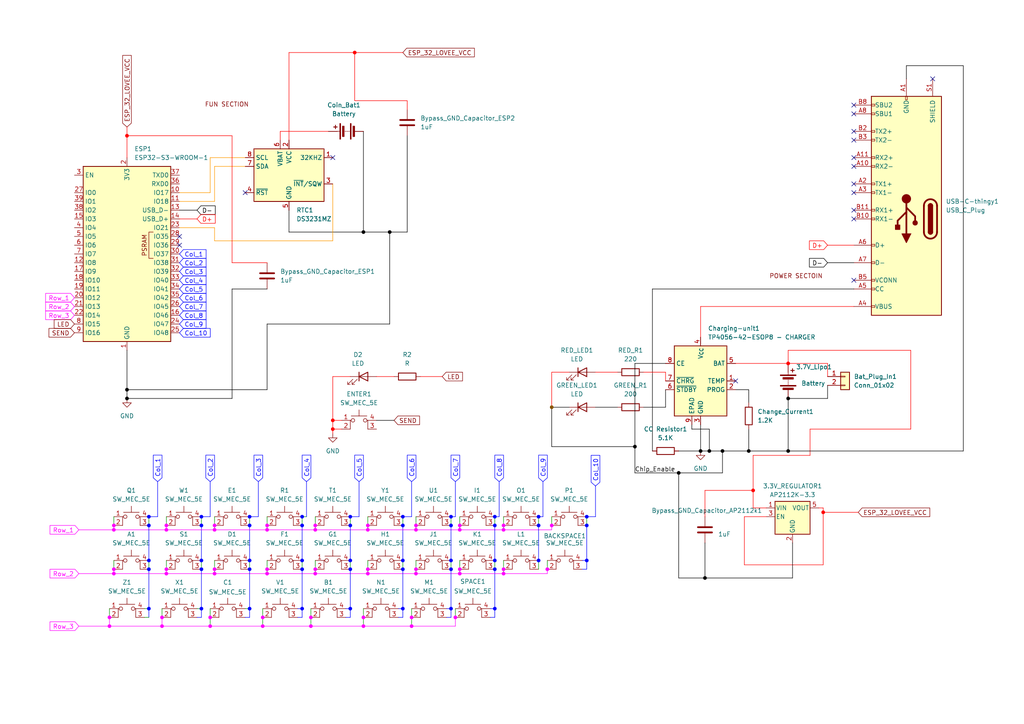
<source format=kicad_sch>
(kicad_sch (version 20250114) (generator "eeschema") (generator_version "9.0")
  (paper "A4")
  (lib_symbols
    (symbol "Battery_Management:TP4056-42-ESOP8"
      (property "Reference" "U" (at -6.604 11.684 0))
      (property "Value" "TP4056-42-ESOP8" (at 10.16 11.684 0))
      (symbol "TP4056-42-ESOP8_1_0"
        (pin input line (at -10.16 5.08 0) (length 2.54) (name "CE") (number "8"))
        (pin open_collector line (at -10.16 0 0) (length 2.54) (name "~{CHRG}") (number "7"))
        (pin open_collector line (at -10.16 -2.54 0) (length 2.54) (name "~{STDBY}") (number "6"))
        (pin passive line (at -2.54 -12.7 90) (length 2.54) (name "EPAD") (number "9"))
        (pin power_in line (at 0 12.7 270) (length 2.54) (name "V_{CC}") (number "4"))
        (pin power_in line (at 0 -12.7 90) (length 2.54) (name "GND") (number "3"))
        (pin power_out line (at 10.16 5.08 180) (length 2.54) (name "BAT") (number "5"))
        (pin input line (at 10.16 0 180) (length 2.54) (name "TEMP") (number "1"))
        (pin passive line (at 10.16 -2.54 180) (length 2.54) (name "PROG") (number "2"))
      )
    )
    (symbol "Connector:USB_C_Plug" (pin_names (offset 1.016))
      (property "Reference" "P" (at -10.16 29.21 0))
      (property "Value" "USB_C_Plug" (at 10.16 29.21 0))
      (symbol "USB_C_Plug_1_1"
        (pin passive line (at -7.62 -40.64 90) (length 5.08) (name "SHIELD") (number "S1"))
        (pin passive line (at 0 -40.64 90) (length 5.08) (name "GND") (number "A1"))
        (pin passive line (at 0 -40.64 90) (length 5.08) (hide yes) (name "GND") (number "A12"))
        (pin passive line (at 0 -40.64 90) (length 5.08) (hide yes) (name "GND") (number "B1"))
        (pin passive line (at 0 -40.64 90) (length 5.08) (hide yes) (name "GND") (number "B12"))
        (pin passive line (at 15.24 25.4 180) (length 5.08) (name "VBUS") (number "A4"))
        (pin passive line (at 15.24 25.4 180) (length 5.08) (hide yes) (name "VBUS") (number "A9"))
        (pin passive line (at 15.24 25.4 180) (length 5.08) (hide yes) (name "VBUS") (number "B4"))
        (pin passive line (at 15.24 25.4 180) (length 5.08) (hide yes) (name "VBUS") (number "B9"))
        (pin bidirectional line (at 15.24 20.32 180) (length 5.08) (name "CC") (number "A5"))
        (pin bidirectional line (at 15.24 17.78 180) (length 5.08) (name "VCONN") (number "B5"))
        (pin bidirectional line (at 15.24 12.7 180) (length 5.08) (name "D-") (number "A7"))
        (pin bidirectional line (at 15.24 7.62 180) (length 5.08) (name "D+") (number "A6"))
        (pin bidirectional line (at 15.24 0 180) (length 5.08) (name "RX1-") (number "B10"))
        (pin bidirectional line (at 15.24 -2.54 180) (length 5.08) (name "RX1+") (number "B11"))
        (pin bidirectional line (at 15.24 -7.62 180) (length 5.08) (name "TX1-") (number "A3"))
        (pin bidirectional line (at 15.24 -10.16 180) (length 5.08) (name "TX1+") (number "A2"))
        (pin bidirectional line (at 15.24 -15.24 180) (length 5.08) (name "RX2-") (number "A10"))
        (pin bidirectional line (at 15.24 -17.78 180) (length 5.08) (name "RX2+") (number "A11"))
        (pin bidirectional line (at 15.24 -22.86 180) (length 5.08) (name "TX2-") (number "B3"))
        (pin bidirectional line (at 15.24 -25.4 180) (length 5.08) (name "TX2+") (number "B2"))
        (pin bidirectional line (at 15.24 -30.48 180) (length 5.08) (name "SBU1") (number "A8"))
        (pin bidirectional line (at 15.24 -33.02 180) (length 5.08) (name "SBU2") (number "B8"))
      )
    )
    (symbol "Connector_Generic:Conn_01x02" (pin_names (offset 1.016) (hide yes))
      (property "Reference" "J" (at 0 2.54 0))
      (property "Value" "Conn_01x02" (at 0 -5.08 0))
      (symbol "Conn_01x02_1_1"
        (pin passive line (at -5.08 0 0) (length 3.81) (name "Pin_1") (number "1"))
        (pin passive line (at -5.08 -2.54 0) (length 3.81) (name "Pin_2") (number "2"))
      )
    )
    (symbol "Device:Battery" (pin_numbers (hide yes)) (pin_names (offset 0) (hide yes))
      (property "Reference" "BT" (at 2.54 2.54 0))
      (property "Value" "Battery" (at 2.54 0 0))
      (symbol "Battery_1_1"
        (pin passive line (at 0 5.08 270) (length 2.54) (name "+") (number "1"))
        (pin passive line (at 0 -5.08 90) (length 2.54) (name "-") (number "2"))
      )
    )
    (symbol "Device:C" (pin_numbers (hide yes)) (pin_names (offset 0.254))
      (property "Reference" "C" (at 0.635 2.54 0))
      (property "Value" "C" (at 0.635 -2.54 0))
      (symbol "C_1_1"
        (pin passive line (at 0 3.81 270) (length 2.794) (name "~") (number "1"))
        (pin passive line (at 0 -3.81 90) (length 2.794) (name "~") (number "2"))
      )
    )
    (symbol "Device:LED" (pin_numbers (hide yes)) (pin_names (offset 1.016) (hide yes))
      (property "Reference" "D" (at 0 2.54 0))
      (property "Value" "LED" (at 0 -2.54 0))
      (symbol "LED_1_1"
        (pin passive line (at -3.81 0 0) (length 2.54) (name "K") (number "1"))
        (pin passive line (at 3.81 0 180) (length 2.54) (name "A") (number "2"))
      )
    )
    (symbol "Device:R" (pin_numbers (hide yes)) (pin_names (offset 0))
      (property "Reference" "R" (at 2.032 0 90))
      (property "Value" "R" (at 0 0 90))
      (symbol "R_1_1"
        (pin passive line (at 0 3.81 270) (length 1.27) (name "~") (number "1"))
        (pin passive line (at 0 -3.81 90) (length 1.27) (name "~") (number "2"))
      )
    )
    (symbol "RF_Module:ESP32-S3-WROOM-1"
      (property "Reference" "U" (at -12.7 26.67 0))
      (property "Value" "ESP32-S3-WROOM-1" (at 12.7 26.67 0))
      (symbol "ESP32-S3-WROOM-1_0_0"
        (text "PSRAM" (at 5.08 2.54 900) (effects (font (size 1.27 1.27))))
      )
      (symbol "ESP32-S3-WROOM-1_1_1"
        (pin input line (at -15.24 22.86 0) (length 2.54) (name "EN") (number "3"))
        (pin bidirectional line (at -15.24 17.78 0) (length 2.54) (name "IO0") (number "27"))
        (pin bidirectional line (at -15.24 15.24 0) (length 2.54) (name "IO1") (number "39"))
        (pin bidirectional line (at -15.24 12.7 0) (length 2.54) (name "IO2") (number "38"))
        (pin bidirectional line (at -15.24 10.16 0) (length 2.54) (name "IO3") (number "15"))
        (pin bidirectional line (at -15.24 7.62 0) (length 2.54) (name "IO4") (number "4"))
        (pin bidirectional line (at -15.24 5.08 0) (length 2.54) (name "IO5") (number "5"))
        (pin bidirectional line (at -15.24 2.54 0) (length 2.54) (name "IO6") (number "6"))
        (pin bidirectional line (at -15.24 0 0) (length 2.54) (name "IO7") (number "7"))
        (pin bidirectional line (at -15.24 -2.54 0) (length 2.54) (name "IO8") (number "12"))
        (pin bidirectional line (at -15.24 -5.08 0) (length 2.54) (name "IO9") (number "17"))
        (pin bidirectional line (at -15.24 -7.62 0) (length 2.54) (name "IO10") (number "18"))
        (pin bidirectional line (at -15.24 -10.16 0) (length 2.54) (name "IO11") (number "19"))
        (pin bidirectional line (at -15.24 -12.7 0) (length 2.54) (name "IO12") (number "20"))
        (pin bidirectional line (at -15.24 -15.24 0) (length 2.54) (name "IO13") (number "21"))
        (pin bidirectional line (at -15.24 -17.78 0) (length 2.54) (name "IO14") (number "22"))
        (pin bidirectional line (at -15.24 -20.32 0) (length 2.54) (name "IO15") (number "8"))
        (pin bidirectional line (at -15.24 -22.86 0) (length 2.54) (name "IO16") (number "9"))
        (pin power_in line (at 0 27.94 270) (length 2.54) (name "3V3") (number "2"))
        (pin power_in line (at 0 -27.94 90) (length 2.54) (name "GND") (number "1"))
        (pin passive line (at 0 -27.94 90) (length 2.54) (hide yes) (name "GND") (number "40"))
        (pin passive line (at 0 -27.94 90) (length 2.54) (hide yes) (name "GND") (number "41"))
        (pin bidirectional line (at 15.24 22.86 180) (length 2.54) (name "TXD0") (number "37"))
        (pin bidirectional line (at 15.24 20.32 180) (length 2.54) (name "RXD0") (number "36"))
        (pin bidirectional line (at 15.24 17.78 180) (length 2.54) (name "IO17") (number "10"))
        (pin bidirectional line (at 15.24 15.24 180) (length 2.54) (name "IO18") (number "11"))
        (pin bidirectional line (at 15.24 12.7 180) (length 2.54) (name "USB_D-") (number "13"))
        (pin bidirectional line (at 15.24 10.16 180) (length 2.54) (name "USB_D+") (number "14"))
        (pin bidirectional line (at 15.24 7.62 180) (length 2.54) (name "IO21") (number "23"))
        (pin bidirectional line (at 15.24 5.08 180) (length 2.54) (name "IO35") (number "28"))
        (pin bidirectional line (at 15.24 2.54 180) (length 2.54) (name "IO36") (number "29"))
        (pin bidirectional line (at 15.24 0 180) (length 2.54) (name "IO37") (number "30"))
        (pin bidirectional line (at 15.24 -2.54 180) (length 2.54) (name "IO38") (number "31"))
        (pin bidirectional line (at 15.24 -5.08 180) (length 2.54) (name "IO39") (number "32"))
        (pin bidirectional line (at 15.24 -7.62 180) (length 2.54) (name "IO40") (number "33"))
        (pin bidirectional line (at 15.24 -10.16 180) (length 2.54) (name "IO41") (number "34"))
        (pin bidirectional line (at 15.24 -12.7 180) (length 2.54) (name "IO42") (number "35"))
        (pin bidirectional line (at 15.24 -15.24 180) (length 2.54) (name "IO45") (number "26"))
        (pin bidirectional line (at 15.24 -17.78 180) (length 2.54) (name "IO46") (number "16"))
        (pin bidirectional line (at 15.24 -20.32 180) (length 2.54) (name "IO47") (number "24"))
        (pin bidirectional line (at 15.24 -22.86 180) (length 2.54) (name "IO48") (number "25"))
      )
    )
    (symbol "Regulator_Linear:AP2112K-3.3" (pin_names (offset 0.254))
      (property "Reference" "U" (at -5.08 5.715 0))
      (property "Value" "AP2112K-3.3" (at 0 5.715 0))
      (symbol "AP2112K-3.3_1_1"
        (pin power_in line (at -7.62 2.54 0) (length 2.54) (name "VIN") (number "1"))
        (pin input line (at -7.62 0 0) (length 2.54) (name "EN") (number "3"))
        (pin power_in line (at 0 -7.62 90) (length 2.54) (name "GND") (number "2"))
        (pin no_connect line (at 5.08 0 180) (length 2.54) (hide yes) (name "NC") (number "4"))
        (pin power_out line (at 7.62 2.54 180) (length 2.54) (name "VOUT") (number "5"))
      )
    )
    (symbol "Switch:SW_MEC_5E" (pin_names (offset 1.016) (hide yes))
      (property "Reference" "SW" (at 0.635 5.715 0))
      (property "Value" "SW_MEC_5E" (at 0 -3.175 0))
      (symbol "SW_MEC_5E_0_1"
        (pin passive line (at -5.08 2.54 0) (length 2.54) (name "1") (number "1"))
        (pin passive line (at -5.08 0 0) (length 2.54) (name "2") (number "2"))
        (pin passive line (at 5.08 2.54 180) (length 2.54) (name "A") (number "4"))
        (pin passive line (at 5.08 0 180) (length 2.54) (name "K") (number "3"))
      )
    )
    (symbol "Timer_RTC:DS3231MZ"
      (property "Reference" "U" (at -7.62 8.89 0))
      (property "Value" "DS3231MZ" (at 11.43 8.89 0))
      (symbol "DS3231MZ_1_1"
        (pin input line (at -12.7 5.08 0) (length 2.54) (name "SCL") (number "8"))
        (pin bidirectional line (at -12.7 2.54 0) (length 2.54) (name "SDA") (number "7"))
        (pin bidirectional line (at -12.7 -5.08 0) (length 2.54) (name "~{RST}") (number "4"))
        (pin power_in line (at -2.54 10.16 270) (length 2.54) (name "VBAT") (number "6"))
        (pin power_in line (at 0 10.16 270) (length 2.54) (name "VCC") (number "2"))
        (pin power_in line (at 0 -10.16 90) (length 2.54) (name "GND") (number "5"))
        (pin open_collector line (at 12.7 5.08 180) (length 2.54) (name "32KHZ") (number "1"))
        (pin open_collector line (at 12.7 -2.54 180) (length 2.54) (name "~{INT}/SQW") (number "3"))
      )
    )
    (symbol "power:GND" (power) (pin_numbers (hide yes)) (pin_names (offset 0) (hide yes))
      (property "Value" "GND" (at 0 -3.81 0))
      (symbol "GND_1_1"
        (pin power_in line (at 0 0 270) (length 0) (name "~") (number "1"))
      )
    )
  )
  (text "POWER SECTOIN" (at 230.886 80.264 0) (effects (font (size 1.27 1.27))))
  (text "FUN SECTION" (at 65.786 30.48 0) (effects (font (size 1.27 1.27))))
  (junction (at 87.63 149.86) (color 0 0 255 1))
  (junction (at 101.6 165.1) (color 0 0 255 1))
  (junction (at 72.39 165.1) (color 0 0 255 1))
  (junction (at 77.47 166.37) (color 255 0 255 1))
  (junction (at 48.26 152.4) (color 255 0 255 1))
  (junction (at 146.05 166.37) (color 255 0 255 1))
  (junction (at 96.52 121.92) (color 255 0 0 1))
  (junction (at 58.42 162.56) (color 0 0 255 1))
  (junction (at 196.85 137.16) (color 0 0 0 1))
  (junction (at 160.02 152.4) (color 255 0 255 1))
  (junction (at 116.84 176.53) (color 0 0 255 1))
  (junction (at 43.18 162.56) (color 0 0 255 1))
  (junction (at 48.26 166.37) (color 255 0 255 1))
  (junction (at 205.74 130.81) (color 0 0 0 1))
  (junction (at 228.6 115.57) (color 0 0 0 1))
  (junction (at 76.2 181.61) (color 255 0 255 1))
  (junction (at 170.18 162.56) (color 0 0 255 1))
  (junction (at 184.15 129.54) (color 0 0 0 1))
  (junction (at 105.41 179.07) (color 255 0 255 1))
  (junction (at 46.99 179.07) (color 255 0 255 1))
  (junction (at 77.47 153.67) (color 255 0 255 1))
  (junction (at 58.42 165.1) (color 0 0 255 1))
  (junction (at 228.6 130.81) (color 0 0 0 1))
  (junction (at 116.84 149.86) (color 0 0 255 1))
  (junction (at 90.17 179.07) (color 255 0 255 1))
  (junction (at 146.05 165.1) (color 255 0 255 1))
  (junction (at 130.81 165.1) (color 0 0 255 1))
  (junction (at 43.18 176.53) (color 0 0 255 1))
  (junction (at 43.18 149.86) (color 0 0 255 1))
  (junction (at 62.23 166.37) (color 255 0 255 1))
  (junction (at 102.87 15.24) (color 255 0 0 1))
  (junction (at 238.76 148.59) (color 255 0 0 1))
  (junction (at 113.03 67.31) (color 0 0 0 1))
  (junction (at 33.02 152.4) (color 255 0 255 1))
  (junction (at 58.42 152.4) (color 0 0 255 1))
  (junction (at 77.47 152.4) (color 255 0 255 1))
  (junction (at 146.05 153.67) (color 255 0 255 1))
  (junction (at 120.65 165.1) (color 255 0 255 1))
  (junction (at 62.23 152.4) (color 255 0 255 1))
  (junction (at 87.63 152.4) (color 0 0 255 1))
  (junction (at 62.23 153.67) (color 255 0 255 1))
  (junction (at 170.18 152.4) (color 0 0 255 1))
  (junction (at 91.44 166.37) (color 255 0 255 1))
  (junction (at 130.81 152.4) (color 0 0 255 1))
  (junction (at 156.21 162.56) (color 0 0 255 1))
  (junction (at 101.6 162.56) (color 0 0 255 1))
  (junction (at 60.96 179.07) (color 255 0 255 1))
  (junction (at 101.6 176.53) (color 0 0 255 1))
  (junction (at 133.35 165.1) (color 255 0 255 1))
  (junction (at 130.81 176.53) (color 0 0 255 1))
  (junction (at 116.84 165.1) (color 0 0 255 1))
  (junction (at 132.08 179.07) (color 255 0 255 1))
  (junction (at 62.23 165.1) (color 255 0 255 1))
  (junction (at 43.18 152.4) (color 0 0 255 1))
  (junction (at 156.21 152.4) (color 0 0 255 1))
  (junction (at 105.41 181.61) (color 255 0 255 1))
  (junction (at 72.39 149.86) (color 0 0 255 1))
  (junction (at 58.42 176.53) (color 0 0 255 1))
  (junction (at 96.52 124.46) (color 255 0 0 1))
  (junction (at 146.05 152.4) (color 255 0 255 1))
  (junction (at 31.75 181.61) (color 255 0 255 1))
  (junction (at 156.21 149.86) (color 0 0 255 1))
  (junction (at 76.2 179.07) (color 255 0 255 1))
  (junction (at 33.02 166.37) (color 255 0 255 1))
  (junction (at 116.84 152.4) (color 0 0 255 1))
  (junction (at 48.26 153.67) (color 255 0 255 1))
  (junction (at 119.38 179.07) (color 255 0 255 1))
  (junction (at 43.18 165.1) (color 0 0 255 1))
  (junction (at 116.84 162.56) (color 0 0 255 1))
  (junction (at 203.2 130.81) (color 0 0 0 1))
  (junction (at 106.68 165.1) (color 255 0 255 1))
  (junction (at 87.63 165.1) (color 0 0 255 1))
  (junction (at 101.6 149.86) (color 0 0 255 1))
  (junction (at 106.68 153.67) (color 255 0 255 1))
  (junction (at 209.55 130.81) (color 0 0 0 1))
  (junction (at 133.35 152.4) (color 255 0 255 1))
  (junction (at 158.75 165.1) (color 255 0 255 1))
  (junction (at 120.65 166.37) (color 255 0 255 1))
  (junction (at 130.81 162.56) (color 0 0 255 1))
  (junction (at 143.51 152.4) (color 0 0 255 1))
  (junction (at 91.44 153.67) (color 255 0 255 1))
  (junction (at 105.41 67.31) (color 0 0 0 1))
  (junction (at 33.02 153.67) (color 255 0 255 1))
  (junction (at 217.17 130.81) (color 0 0 0 1))
  (junction (at 143.51 149.86) (color 0 0 255 1))
  (junction (at 143.51 176.53) (color 0 0 255 1))
  (junction (at 77.47 165.1) (color 255 0 255 1))
  (junction (at 72.39 162.56) (color 0 0 255 1))
  (junction (at 143.51 162.56) (color 0 0 255 1))
  (junction (at 120.65 153.67) (color 255 0 255 1))
  (junction (at 218.44 142.24) (color 255 0 0 1))
  (junction (at 87.63 162.56) (color 0 0 255 1))
  (junction (at 119.38 181.61) (color 255 0 255 1))
  (junction (at 106.68 166.37) (color 255 0 255 1))
  (junction (at 72.39 176.53) (color 0 0 255 1))
  (junction (at 133.35 153.67) (color 255 0 255 1))
  (junction (at 58.42 149.86) (color 0 0 255 1))
  (junction (at 90.17 181.61) (color 255 0 255 1))
  (junction (at 120.65 152.4) (color 255 0 255 1))
  (junction (at 133.35 166.37) (color 255 0 255 1))
  (junction (at 46.99 181.61) (color 255 0 255 1))
  (junction (at 33.02 165.1) (color 255 0 255 1))
  (junction (at 72.39 152.4) (color 0 0 255 1))
  (junction (at 60.96 181.61) (color 255 0 255 1))
  (junction (at 31.75 179.07) (color 255 0 255 1))
  (junction (at 106.68 152.4) (color 255 0 255 1))
  (junction (at 36.83 39.37) (color 255 0 0 1))
  (junction (at 204.47 167.64) (color 0 0 0 1))
  (junction (at 101.6 152.4) (color 0 0 255 1))
  (junction (at 91.44 165.1) (color 255 0 255 1))
  (junction (at 130.81 149.86) (color 0 0 255 1))
  (junction (at 143.51 165.1) (color 0 0 255 1))
  (junction (at 91.44 152.4) (color 255 0 255 1))
  (junction (at 36.83 115.57) (color 0 0 0 1))
  (junction (at 36.83 113.03) (color 0 0 0 1))
  (junction (at 87.63 176.53) (color 0 0 255 1))
  (junction (at 48.26 165.1) (color 255 0 255 1))
  (junction (at 228.6 105.41) (color 255 0 0 1))
  (junction (at 170.18 149.86) (color 0 0 255 1))
  (junction (at 160.02 118.11) (color 128 77 0 1))
  (no_connect (at 247.65 63.5))
  (no_connect (at 52.07 68.58))
  (no_connect (at 270.51 22.86))
  (no_connect (at 247.65 45.72))
  (no_connect (at 52.07 71.12))
  (no_connect (at 247.65 38.1))
  (no_connect (at 247.65 40.64))
  (no_connect (at 247.65 55.88))
  (no_connect (at 213.36 110.49))
  (no_connect (at 247.65 30.48))
  (no_connect (at 247.65 48.26))
  (no_connect (at 247.65 53.34))
  (no_connect (at 96.52 45.72))
  (no_connect (at 247.65 81.28))
  (no_connect (at 247.65 60.96))
  (no_connect (at 71.12 55.88))
  (no_connect (at 247.65 33.02))
  (wire (pts (xy 120.65 166.37) (xy 106.68 166.37)) (stroke (width 0) (color 255 0 255 1)))
  (wire (pts (xy 193.04 110.49) (xy 193.04 107.95)) (stroke (width 0) (color 255 0 0 1)))
  (wire (pts (xy 121.92 109.22) (xy 128.27 109.22)) (stroke (width 0) (color 255 0 0 1)))
  (wire (pts (xy 160.02 107.95) (xy 160.02 118.11)) (stroke (width 0) (color 255 0 0 1)))
  (wire (pts (xy 120.65 162.56) (xy 120.65 165.1)))
  (wire (pts (xy 132.08 176.53) (xy 132.08 179.07)))
  (wire (pts (xy 83.82 15.24) (xy 83.82 40.64)) (stroke (width 0) (color 255 0 0 1)))
  (wire (pts (xy 72.39 149.86) (xy 72.39 152.4)))
  (wire (pts (xy 165.1 107.95) (xy 160.02 107.95)) (stroke (width 0) (color 255 0 0 1)))
  (wire (pts (xy 58.42 162.56) (xy 58.42 165.1)))
  (wire (pts (xy 130.81 165.1) (xy 130.81 176.53)) (stroke (width 0) (color 0 0 255 1)))
  (wire (pts (xy 156.21 152.4) (xy 156.21 162.56)) (stroke (width 0) (color 0 0 255 1)))
  (wire (pts (xy 157.48 139.7) (xy 157.48 149.86)) (stroke (width 0) (color 0 0 255 1)))
  (wire (pts (xy 96.52 124.46) (xy 96.52 125.73)) (stroke (width 0) (color 255 0 0 1)))
  (wire (pts (xy 120.65 152.4) (xy 120.65 153.67)))
  (wire (pts (xy 58.42 179.07) (xy 57.15 179.07)) (stroke (width 0) (color 0 0 255 1)))
  (wire (pts (xy 218.44 142.24) (xy 204.47 142.24)) (stroke (width 0) (color 255 0 0 1)))
  (wire (pts (xy 156.21 162.56) (xy 156.21 165.1)))
  (wire (pts (xy 119.38 181.61) (xy 132.08 181.61)) (stroke (width 0) (color 255 0 255 1)))
  (wire (pts (xy 234.95 132.08) (xy 218.44 132.08)) (stroke (width 0) (color 255 0 0 1)))
  (wire (pts (xy 142.24 176.53) (xy 143.51 176.53)) (stroke (width 0) (color 0 0 255 1)))
  (wire (pts (xy 106.68 165.1) (xy 106.68 166.37)))
  (wire (pts (xy 62.23 48.26) (xy 62.23 58.42)) (stroke (width 0) (color 255 153 0 1)))
  (wire (pts (xy 133.35 166.37) (xy 120.65 166.37)) (stroke (width 0) (color 255 0 255 1)))
  (wire (pts (xy 83.82 15.24) (xy 102.87 15.24)) (stroke (width 0) (color 255 0 0 1)))
  (wire (pts (xy 203.2 88.9) (xy 203.2 97.79)) (stroke (width 0) (color 255 0 0 1)))
  (wire (pts (xy 74.93 149.86) (xy 72.39 149.86)) (stroke (width 0) (color 0 0 255 1)))
  (wire (pts (xy 33.02 149.86) (xy 33.02 152.4)))
  (wire (pts (xy 104.14 149.86) (xy 101.6 149.86)) (stroke (width 0) (color 0 0 255 1)))
  (wire (pts (xy 72.39 179.07) (xy 71.12 179.07)) (stroke (width 0) (color 0 0 255 1)))
  (wire (pts (xy 158.75 162.56) (xy 158.75 165.1)))
  (wire (pts (xy 133.35 162.56) (xy 133.35 165.1)))
  (wire (pts (xy 109.22 109.22) (xy 114.3 109.22)) (stroke (width 0) (color 255 0 0 1)))
  (wire (pts (xy 45.72 139.7) (xy 45.72 149.86)) (stroke (width 0) (color 0 0 255 1)))
  (wire (pts (xy 60.96 181.61) (xy 76.2 181.61)) (stroke (width 0) (color 255 0 255 1)))
  (wire (pts (xy 72.39 176.53) (xy 72.39 179.07)) (stroke (width 0) (color 0 0 255 1)))
  (wire (pts (xy 77.47 83.82) (xy 67.31 83.82)) (stroke (width 0) (color 0 0 0 1)))
  (wire (pts (xy 193.04 113.03) (xy 193.04 118.11)) (stroke (width 0) (color 0 0 0 1)))
  (wire (pts (xy 119.38 149.86) (xy 116.84 149.86)) (stroke (width 0) (color 0 0 255 1)))
  (wire (pts (xy 156.21 149.86) (xy 156.21 152.4)))
  (wire (pts (xy 48.26 165.1) (xy 48.26 166.37)) (stroke (width 0) (color 255 0 255 1)))
  (wire (pts (xy 31.75 181.61) (xy 46.99 181.61)) (stroke (width 0) (color 255 0 255 1)))
  (wire (pts (xy 77.47 166.37) (xy 62.23 166.37)) (stroke (width 0) (color 255 0 255 1)))
  (wire (pts (xy 196.85 167.64) (xy 196.85 137.16)) (stroke (width 0) (color 0 0 0 1)))
  (wire (pts (xy 205.74 130.81) (xy 203.2 130.81)) (stroke (width 0) (color 0 0 0 1)))
  (wire (pts (xy 105.41 176.53) (xy 105.41 179.07)))
  (wire (pts (xy 264.16 124.46) (xy 234.95 124.46)) (stroke (width 0) (color 255 0 0 1)))
  (wire (pts (xy 146.05 162.56) (xy 146.05 165.1)))
  (wire (pts (xy 31.75 176.53) (xy 31.75 179.07)))
  (wire (pts (xy 77.47 165.1) (xy 77.47 166.37)))
  (wire (pts (xy 204.47 167.64) (xy 196.85 167.64)) (stroke (width 0) (color 0 0 0 1)))
  (wire (pts (xy 189.23 130.81) (xy 189.23 83.82)) (stroke (width 0) (color 0 0 0 1)))
  (wire (pts (xy 172.72 118.11) (xy 179.07 118.11)) (stroke (width 0) (color 0 0 0 1)))
  (wire (pts (xy 143.51 152.4) (xy 143.51 162.56)) (stroke (width 0) (color 0 0 255 1)))
  (wire (pts (xy 130.81 176.53) (xy 130.81 179.07)) (stroke (width 0) (color 0 0 255 1)))
  (wire (pts (xy 209.55 130.81) (xy 205.74 130.81)) (stroke (width 0) (color 0 0 0 1)))
  (wire (pts (xy 116.84 152.4) (xy 116.84 162.56)) (stroke (width 0) (color 0 0 255 1)))
  (wire (pts (xy 101.6 179.07) (xy 100.33 179.07)) (stroke (width 0) (color 0 0 255 1)))
  (wire (pts (xy 60.96 45.72) (xy 71.12 45.72)) (stroke (width 0) (color 255 153 0 1)))
  (wire (pts (xy 115.57 176.53) (xy 116.84 176.53)) (stroke (width 0) (color 0 0 255 1)))
  (wire (pts (xy 36.83 39.37) (xy 36.83 45.72)) (stroke (width 0) (color 255 0 0 1)))
  (wire (pts (xy 71.12 176.53) (xy 72.39 176.53)))
  (wire (pts (xy 104.14 139.7) (xy 104.14 149.86)) (stroke (width 0) (color 0 0 255 1)))
  (wire (pts (xy 143.51 162.56) (xy 143.51 165.1)))
  (wire (pts (xy 74.93 139.7) (xy 74.93 149.86)) (stroke (width 0) (color 0 0 255 1)))
  (wire (pts (xy 91.44 165.1) (xy 91.44 166.37)))
  (wire (pts (xy 228.6 105.41) (xy 228.6 101.6)) (stroke (width 0) (color 255 0 0 1)))
  (wire (pts (xy 81.28 38.1) (xy 81.28 40.64)) (stroke (width 0) (color 255 0 0 1)))
  (wire (pts (xy 172.72 149.86) (xy 170.18 149.86)) (stroke (width 0) (color 0 0 255 1)))
  (wire (pts (xy 62.23 152.4) (xy 62.23 153.67)))
  (wire (pts (xy 43.18 162.56) (xy 43.18 165.1)))
  (wire (pts (xy 67.31 115.57) (xy 36.83 115.57)) (stroke (width 0) (color 0 0 0 1)))
  (wire (pts (xy 88.9 149.86) (xy 87.63 149.86)))
  (wire (pts (xy 157.48 149.86) (xy 156.21 149.86)) (stroke (width 0) (color 0 0 255 1)))
  (wire (pts (xy 62.23 166.37) (xy 48.26 166.37)) (stroke (width 0) (color 255 0 255 1)))
  (wire (pts (xy 170.18 165.1) (xy 168.91 165.1)) (stroke (width 0) (color 0 0 255 1)))
  (wire (pts (xy 77.47 113.03) (xy 36.83 113.03)) (stroke (width 0) (color 0 0 0 1)))
  (wire (pts (xy 52.07 63.5) (xy 57.15 63.5)) (stroke (width 0) (color 255 0 0 1)))
  (wire (pts (xy 116.84 176.53) (xy 116.84 179.07)) (stroke (width 0) (color 0 0 255 1)))
  (wire (pts (xy 36.83 36.83) (xy 36.83 39.37)) (stroke (width 0) (color 255 0 0 1)))
  (wire (pts (xy 58.42 152.4) (xy 58.42 162.56)) (stroke (width 0) (color 0 0 255 1)))
  (wire (pts (xy 160.02 129.54) (xy 184.15 129.54)) (stroke (width 0) (color 0 0 0 1)))
  (wire (pts (xy 87.63 162.56) (xy 87.63 165.1)))
  (wire (pts (xy 193.04 118.11) (xy 186.69 118.11)) (stroke (width 0) (color 0 0 0 1)))
  (wire (pts (xy 81.28 38.1) (xy 95.25 38.1)) (stroke (width 0) (color 255 0 0 1)))
  (wire (pts (xy 77.47 153.67) (xy 91.44 153.67)) (stroke (width 0) (color 255 0 255 1)))
  (wire (pts (xy 113.03 93.98) (xy 77.47 93.98)) (stroke (width 0) (color 0 0 0 1)))
  (wire (pts (xy 279.4 130.81) (xy 228.6 130.81)) (stroke (width 0) (color 0 0 0 1)))
  (wire (pts (xy 146.05 165.1) (xy 146.05 166.37)))
  (wire (pts (xy 218.44 147.32) (xy 222.25 147.32)) (stroke (width 0) (color 255 0 0 1)))
  (wire (pts (xy 105.41 67.31) (xy 113.03 67.31)) (stroke (width 0) (color 0 0 0 1)))
  (wire (pts (xy 33.02 165.1) (xy 33.02 166.37)) (stroke (width 0) (color 255 0 255 1)))
  (wire (pts (xy 204.47 142.24) (xy 204.47 149.86)) (stroke (width 0) (color 255 0 0 1)))
  (wire (pts (xy 102.87 15.24) (xy 116.84 15.24)) (stroke (width 0) (color 255 0 0 1)))
  (wire (pts (xy 22.86 153.67) (xy 33.02 153.67)) (stroke (width 0) (color 255 0 255 1)))
  (wire (pts (xy 146.05 153.67) (xy 160.02 153.67)) (stroke (width 0) (color 255 0 255 1)))
  (wire (pts (xy 52.07 60.96) (xy 57.15 60.96)) (stroke (width 0) (color 0 0 0 1)))
  (wire (pts (xy 106.68 166.37) (xy 91.44 166.37)) (stroke (width 0) (color 255 0 255 1)))
  (wire (pts (xy 83.82 60.96) (xy 83.82 67.31)) (stroke (width 0) (color 0 0 0 1)))
  (wire (pts (xy 172.72 140.97) (xy 172.72 149.86)) (stroke (width 0) (color 0 0 255 1)))
  (wire (pts (xy 77.47 76.2) (xy 67.31 76.2)) (stroke (width 0) (color 255 0 0 1)))
  (wire (pts (xy 184.15 129.54) (xy 184.15 137.16)) (stroke (width 0) (color 0 0 0 1)))
  (wire (pts (xy 96.52 109.22) (xy 96.52 121.92)) (stroke (width 0) (color 255 0 0 1)))
  (wire (pts (xy 87.63 176.53) (xy 87.63 179.07)) (stroke (width 0) (color 0 0 255 1)))
  (wire (pts (xy 146.05 152.4) (xy 146.05 153.67)))
  (wire (pts (xy 193.04 107.95) (xy 186.69 107.95)) (stroke (width 0) (color 255 0 0 1)))
  (wire (pts (xy 215.9 149.86) (xy 215.9 163.83)) (stroke (width 0) (color 255 0 0 1)))
  (wire (pts (xy 113.03 67.31) (xy 113.03 93.98)) (stroke (width 0) (color 0 0 0 1)))
  (wire (pts (xy 60.96 179.07) (xy 60.96 181.61)))
  (wire (pts (xy 106.68 152.4) (xy 106.68 153.67)))
  (wire (pts (xy 143.51 149.86) (xy 143.51 152.4)))
  (wire (pts (xy 87.63 152.4) (xy 87.63 162.56)) (stroke (width 0) (color 0 0 255 1)))
  (wire (pts (xy 184.15 105.41) (xy 184.15 129.54)) (stroke (width 0) (color 0 0 0 1)))
  (wire (pts (xy 146.05 166.37) (xy 133.35 166.37)) (stroke (width 0) (color 255 0 255 1)))
  (wire (pts (xy 116.84 179.07) (xy 115.57 179.07)) (stroke (width 0) (color 0 0 255 1)))
  (wire (pts (xy 101.6 176.53) (xy 101.6 179.07)) (stroke (width 0) (color 0 0 255 1)))
  (wire (pts (xy 22.86 181.61) (xy 31.75 181.61)) (stroke (width 0) (color 255 0 255 1)))
  (wire (pts (xy 102.87 15.24) (xy 102.87 29.21)) (stroke (width 0) (color 255 0 0 1)))
  (wire (pts (xy 46.99 179.07) (xy 46.99 181.61)) (stroke (width 0) (color 255 0 255 1)))
  (wire (pts (xy 106.68 153.67) (xy 120.65 153.67)) (stroke (width 0) (color 255 0 255 1)))
  (wire (pts (xy 228.6 115.57) (xy 228.6 130.81)) (stroke (width 0) (color 0 0 0 1)))
  (wire (pts (xy 279.4 19.05) (xy 279.4 130.81)) (stroke (width 0) (color 0 0 0 1)))
  (wire (pts (xy 43.18 152.4) (xy 43.18 162.56)) (stroke (width 0) (color 0 0 255 1)))
  (wire (pts (xy 144.78 139.7) (xy 144.78 149.86)) (stroke (width 0) (color 0 0 255 1)))
  (wire (pts (xy 52.07 55.88) (xy 60.96 55.88)) (stroke (width 0) (color 255 153 0 1)))
  (wire (pts (xy 132.08 139.7) (xy 132.08 149.86)) (stroke (width 0) (color 0 0 255 1)))
  (wire (pts (xy 217.17 113.03) (xy 217.17 116.84)) (stroke (width 0) (color 0 0 0 1)))
  (wire (pts (xy 213.36 113.03) (xy 217.17 113.03)) (stroke (width 0) (color 0 0 0 1)))
  (wire (pts (xy 209.55 137.16) (xy 209.55 130.81)) (stroke (width 0) (color 0 0 0 1)))
  (wire (pts (xy 133.35 165.1) (xy 133.35 166.37)))
  (wire (pts (xy 91.44 162.56) (xy 91.44 165.1)))
  (wire (pts (xy 234.95 124.46) (xy 234.95 132.08)) (stroke (width 0) (color 255 0 0 1)))
  (wire (pts (xy 238.76 147.32) (xy 238.76 148.59)) (stroke (width 0) (color 255 0 0 1)))
  (wire (pts (xy 43.18 149.86) (xy 43.18 152.4)))
  (wire (pts (xy 88.9 139.7) (xy 88.9 149.86)) (stroke (width 0) (color 0 0 255 1)))
  (wire (pts (xy 172.72 107.95) (xy 179.07 107.95)) (stroke (width 0) (color 255 0 0 1)))
  (wire (pts (xy 116.84 162.56) (xy 116.84 165.1)))
  (wire (pts (xy 229.87 157.48) (xy 229.87 167.64)) (stroke (width 0) (color 0 0 0 1)))
  (wire (pts (xy 130.81 152.4) (xy 130.81 162.56)) (stroke (width 0) (color 0 0 255 1)))
  (wire (pts (xy 77.47 162.56) (xy 77.47 165.1)))
  (wire (pts (xy 60.96 139.7) (xy 60.96 149.86)) (stroke (width 0) (color 0 0 255 1)))
  (wire (pts (xy 120.65 153.67) (xy 133.35 153.67)) (stroke (width 0) (color 255 0 255 1)))
  (wire (pts (xy 62.23 149.86) (xy 62.23 152.4)))
  (wire (pts (xy 46.99 176.53) (xy 46.99 179.07)))
  (wire (pts (xy 217.17 124.46) (xy 217.17 130.81)) (stroke (width 0) (color 0 0 0 1)))
  (wire (pts (xy 87.63 165.1) (xy 87.63 176.53)) (stroke (width 0) (color 0 0 255 1)))
  (wire (pts (xy 101.6 165.1) (xy 101.6 176.53)) (stroke (width 0) (color 0 0 255 1)))
  (wire (pts (xy 160.02 153.67) (xy 160.02 152.4)) (stroke (width 0) (color 255 0 255 1)))
  (wire (pts (xy 240.03 71.12) (xy 247.65 71.12)) (stroke (width 0) (color 255 0 0 1)))
  (wire (pts (xy 31.75 179.07) (xy 31.75 181.61)) (stroke (width 0) (color 255 0 255 1)))
  (wire (pts (xy 101.6 149.86) (xy 101.6 152.4)))
  (wire (pts (xy 87.63 149.86) (xy 87.63 152.4)))
  (wire (pts (xy 205.74 124.46) (xy 205.74 130.81)) (stroke (width 0) (color 0 0 0 1)))
  (wire (pts (xy 130.81 179.07) (xy 129.54 179.07)) (stroke (width 0) (color 0 0 255 1)))
  (wire (pts (xy 91.44 166.37) (xy 77.47 166.37)) (stroke (width 0) (color 255 0 255 1)))
  (wire (pts (xy 72.39 165.1) (xy 72.39 176.53)) (stroke (width 0) (color 0 0 255 1)))
  (wire (pts (xy 33.02 153.67) (xy 48.26 153.67)) (stroke (width 0) (color 255 0 255 1)))
  (wire (pts (xy 100.33 176.53) (xy 101.6 176.53)) (stroke (width 0) (color 0 0 255 1)))
  (wire (pts (xy 184.15 137.16) (xy 196.85 137.16)) (stroke (width 0) (color 0 0 0 1)))
  (wire (pts (xy 238.76 163.83) (xy 215.9 163.83)) (stroke (width 0) (color 255 0 0 1)))
  (wire (pts (xy 170.18 162.56) (xy 168.91 162.56)) (stroke (width 0) (color 0 0 255 1)))
  (wire (pts (xy 41.91 176.53) (xy 43.18 176.53)))
  (wire (pts (xy 60.96 55.88) (xy 60.96 45.72)) (stroke (width 0) (color 255 153 0 1)))
  (wire (pts (xy 200.66 123.19) (xy 200.66 124.46)) (stroke (width 0) (color 0 0 0 1)))
  (wire (pts (xy 237.49 147.32) (xy 238.76 147.32)) (stroke (width 0) (color 255 0 0 1)))
  (wire (pts (xy 86.36 176.53) (xy 87.63 176.53)) (stroke (width 0) (color 0 0 255 1)))
  (wire (pts (xy 76.2 176.53) (xy 76.2 179.07)))
  (wire (pts (xy 119.38 139.7) (xy 119.38 149.86)) (stroke (width 0) (color 0 0 255 1)))
  (wire (pts (xy 105.41 38.1) (xy 105.41 67.31)) (stroke (width 0) (color 0 0 0 1)))
  (wire (pts (xy 196.85 137.16) (xy 209.55 137.16)) (stroke (width 0) (color 0 0 0 1)))
  (wire (pts (xy 91.44 152.4) (xy 91.44 153.67)))
  (wire (pts (xy 62.23 69.85) (xy 62.23 66.04)) (stroke (width 0) (color 255 153 0 1)))
  (wire (pts (xy 158.75 166.37) (xy 146.05 166.37)) (stroke (width 0) (color 255 0 255 1)))
  (wire (pts (xy 62.23 58.42) (xy 52.07 58.42)) (stroke (width 0) (color 255 153 0 1)))
  (wire (pts (xy 48.26 152.4) (xy 48.26 153.67)) (stroke (width 0) (color 255 0 255 1)))
  (wire (pts (xy 229.87 167.64) (xy 204.47 167.64)) (stroke (width 0) (color 0 0 0 1)))
  (wire (pts (xy 106.68 149.86) (xy 106.68 152.4)))
  (wire (pts (xy 62.23 162.56) (xy 62.23 165.1)))
  (wire (pts (xy 96.52 121.92) (xy 96.52 124.46)) (stroke (width 0) (color 255 0 0 1)))
  (wire (pts (xy 116.84 165.1) (xy 116.84 176.53)) (stroke (width 0) (color 0 0 255 1)))
  (wire (pts (xy 130.81 149.86) (xy 130.81 152.4)))
  (wire (pts (xy 106.68 162.56) (xy 106.68 165.1)))
  (wire (pts (xy 158.75 165.1) (xy 158.75 166.37)) (stroke (width 0) (color 255 0 255 1)))
  (wire (pts (xy 203.2 123.19) (xy 203.2 130.81)) (stroke (width 0) (color 0 0 0 1)))
  (wire (pts (xy 96.52 69.85) (xy 96.52 53.34)) (stroke (width 0) (color 255 153 0 1)))
  (wire (pts (xy 200.66 124.46) (xy 205.74 124.46)) (stroke (width 0) (color 0 0 0 1)))
  (wire (pts (xy 170.18 149.86) (xy 170.18 152.4)))
  (wire (pts (xy 58.42 165.1) (xy 58.42 176.53)) (stroke (width 0) (color 0 0 255 1)))
  (wire (pts (xy 133.35 152.4) (xy 133.35 153.67)))
  (wire (pts (xy 264.16 101.6) (xy 264.16 124.46)) (stroke (width 0) (color 255 0 0 1)))
  (wire (pts (xy 118.11 67.31) (xy 118.11 39.37)) (stroke (width 0) (color 0 0 0 1)))
  (wire (pts (xy 189.23 83.82) (xy 247.65 83.82)) (stroke (width 0) (color 0 0 0 1)))
  (wire (pts (xy 133.35 149.86) (xy 133.35 152.4)))
  (wire (pts (xy 43.18 165.1) (xy 43.18 176.53)) (stroke (width 0) (color 0 0 255 1)))
  (wire (pts (xy 119.38 176.53) (xy 119.38 179.07)))
  (wire (pts (xy 133.35 153.67) (xy 146.05 153.67)) (stroke (width 0) (color 255 0 255 1)))
  (wire (pts (xy 48.26 149.86) (xy 48.26 152.4)))
  (wire (pts (xy 62.23 153.67) (xy 77.47 153.67)) (stroke (width 0) (color 255 0 255 1)))
  (wire (pts (xy 217.17 130.81) (xy 209.55 130.81)) (stroke (width 0) (color 0 0 0 1)))
  (wire (pts (xy 238.76 148.59) (xy 238.76 163.83)) (stroke (width 0) (color 255 0 0 1)))
  (wire (pts (xy 119.38 179.07) (xy 119.38 181.61)))
  (wire (pts (xy 77.47 93.98) (xy 77.47 113.03)) (stroke (width 0) (color 0 0 0 1)))
  (wire (pts (xy 218.44 142.24) (xy 218.44 147.32)) (stroke (width 0) (color 255 0 0 1)))
  (wire (pts (xy 77.47 152.4) (xy 77.47 153.67)))
  (wire (pts (xy 196.85 130.81) (xy 203.2 130.81)) (stroke (width 0) (color 0 0 0 1)))
  (wire (pts (xy 170.18 162.56) (xy 170.18 165.1)) (stroke (width 0) (color 0 0 255 1)))
  (wire (pts (xy 60.96 176.53) (xy 60.96 179.07)))
  (wire (pts (xy 36.83 113.03) (xy 36.83 115.57)) (stroke (width 0) (color 0 0 0 1)))
  (wire (pts (xy 36.83 39.37) (xy 67.31 39.37)) (stroke (width 0) (color 255 0 0 1)))
  (wire (pts (xy 160.02 149.86) (xy 160.02 152.4)))
  (wire (pts (xy 43.18 176.53) (xy 43.18 179.07)) (stroke (width 0) (color 0 0 255 1)))
  (wire (pts (xy 62.23 165.1) (xy 62.23 166.37)))
  (wire (pts (xy 130.81 162.56) (xy 130.81 165.1)))
  (wire (pts (xy 91.44 153.67) (xy 106.68 153.67)) (stroke (width 0) (color 255 0 255 1)))
  (wire (pts (xy 213.36 105.41) (xy 228.6 105.41)) (stroke (width 0) (color 255 0 0 1)))
  (wire (pts (xy 160.02 118.11) (xy 165.1 118.11)) (stroke (width 0) (color 0 0 0 1)))
  (wire (pts (xy 102.87 29.21) (xy 118.11 29.21)) (stroke (width 0) (color 255 0 0 1)))
  (wire (pts (xy 113.03 67.31) (xy 118.11 67.31)) (stroke (width 0) (color 0 0 0 1)))
  (wire (pts (xy 48.26 162.56) (xy 48.26 165.1)))
  (wire (pts (xy 160.02 118.11) (xy 160.02 129.54)) (stroke (width 0) (color 0 0 0 1)))
  (wire (pts (xy 87.63 179.07) (xy 86.36 179.07)) (stroke (width 0) (color 0 0 255 1)))
  (wire (pts (xy 143.51 165.1) (xy 143.51 176.53)) (stroke (width 0) (color 0 0 255 1)))
  (wire (pts (xy 101.6 162.56) (xy 101.6 165.1)))
  (wire (pts (xy 109.22 121.92) (xy 114.3 121.92)) (stroke (width 0) (color 0 0 0 1)))
  (wire (pts (xy 67.31 83.82) (xy 67.31 115.57)) (stroke (width 0) (color 0 0 0 1)))
  (wire (pts (xy 240.03 111.76) (xy 240.03 115.57)) (stroke (width 0) (color 0 0 0 1)))
  (wire (pts (xy 143.51 179.07) (xy 142.24 179.07)) (stroke (width 0) (color 0 0 255 1)))
  (wire (pts (xy 72.39 162.56) (xy 72.39 165.1)))
  (wire (pts (xy 240.03 105.41) (xy 228.6 105.41)) (stroke (width 0) (color 255 0 0 1)))
  (wire (pts (xy 76.2 179.07) (xy 76.2 181.61)))
  (wire (pts (xy 90.17 176.53) (xy 90.17 179.07)))
  (wire (pts (xy 120.65 149.86) (xy 120.65 152.4)))
  (wire (pts (xy 240.03 115.57) (xy 228.6 115.57)) (stroke (width 0) (color 0 0 0 1)))
  (wire (pts (xy 101.6 109.22) (xy 96.52 109.22)) (stroke (width 0) (color 255 0 0 1)))
  (wire (pts (xy 96.52 124.46) (xy 99.06 124.46)) (stroke (width 0) (color 255 0 0 1)))
  (wire (pts (xy 58.42 149.86) (xy 58.42 152.4)))
  (wire (pts (xy 118.11 29.21) (xy 118.11 31.75)) (stroke (width 0) (color 255 0 0 1)))
  (wire (pts (xy 247.65 88.9) (xy 203.2 88.9)) (stroke (width 0) (color 255 0 0 1)))
  (wire (pts (xy 58.42 176.53) (xy 58.42 179.07)) (stroke (width 0) (color 0 0 255 1)))
  (wire (pts (xy 262.89 22.86) (xy 262.89 19.05)) (stroke (width 0) (color 0 0 0 1)))
  (wire (pts (xy 48.26 166.37) (xy 33.02 166.37)) (stroke (width 0) (color 255 0 255 1)))
  (wire (pts (xy 238.76 148.59) (xy 248.92 148.59)) (stroke (width 0) (color 255 0 0 1)))
  (wire (pts (xy 96.52 121.92) (xy 99.06 121.92)) (stroke (width 0) (color 255 0 0 1)))
  (wire (pts (xy 146.05 149.86) (xy 146.05 152.4)))
  (wire (pts (xy 83.82 67.31) (xy 105.41 67.31)) (stroke (width 0) (color 0 0 0 1)))
  (wire (pts (xy 193.04 105.41) (xy 184.15 105.41)) (stroke (width 0) (color 0 0 0 1)))
  (wire (pts (xy 77.47 149.86) (xy 77.47 152.4)))
  (wire (pts (xy 90.17 179.07) (xy 90.17 181.61)))
  (wire (pts (xy 262.89 19.05) (xy 279.4 19.05)) (stroke (width 0) (color 0 0 0 1)))
  (wire (pts (xy 222.25 149.86) (xy 215.9 149.86)) (stroke (width 0) (color 255 0 0 1)))
  (wire (pts (xy 91.44 149.86) (xy 91.44 152.4)))
  (wire (pts (xy 33.02 162.56) (xy 33.02 165.1)))
  (wire (pts (xy 57.15 176.53) (xy 58.42 176.53)))
  (wire (pts (xy 132.08 179.07) (xy 132.08 181.61)) (stroke (width 0) (color 255 0 255 1)))
  (wire (pts (xy 60.96 149.86) (xy 58.42 149.86)) (stroke (width 0) (color 0 0 255 1)))
  (wire (pts (xy 76.2 181.61) (xy 90.17 181.61)) (stroke (width 0) (color 255 0 255 1)))
  (wire (pts (xy 72.39 152.4) (xy 72.39 162.56)) (stroke (width 0) (color 0 0 255 1)))
  (wire (pts (xy 90.17 181.61) (xy 105.41 181.61)) (stroke (width 0) (color 255 0 255 1)))
  (wire (pts (xy 240.03 76.2) (xy 247.65 76.2)) (stroke (width 0) (color 0 0 0 1)))
  (wire (pts (xy 170.18 152.4) (xy 170.18 162.56)) (stroke (width 0) (color 0 0 255 1)))
  (wire (pts (xy 105.41 179.07) (xy 105.41 181.61)))
  (wire (pts (xy 96.52 69.85) (xy 62.23 69.85)) (stroke (width 0) (color 255 153 0 1)))
  (wire (pts (xy 228.6 130.81) (xy 217.17 130.81)) (stroke (width 0) (color 0 0 0 1)))
  (wire (pts (xy 143.51 176.53) (xy 143.51 179.07)) (stroke (width 0) (color 0 0 255 1)))
  (wire (pts (xy 105.41 181.61) (xy 119.38 181.61)) (stroke (width 0) (color 255 0 255 1)))
  (wire (pts (xy 101.6 152.4) (xy 101.6 162.56)) (stroke (width 0) (color 0 0 255 1)))
  (wire (pts (xy 132.08 149.86) (xy 130.81 149.86)) (stroke (width 0) (color 0 0 255 1)))
  (wire (pts (xy 48.26 153.67) (xy 62.23 153.67)) (stroke (width 0) (color 255 0 255 1)))
  (wire (pts (xy 45.72 149.86) (xy 43.18 149.86)) (stroke (width 0) (color 0 0 255 1)))
  (wire (pts (xy 71.12 48.26) (xy 62.23 48.26)) (stroke (width 0) (color 255 153 0 1)))
  (wire (pts (xy 46.99 181.61) (xy 60.96 181.61)) (stroke (width 0) (color 255 0 255 1)))
  (wire (pts (xy 33.02 166.37) (xy 22.86 166.37)) (stroke (width 0) (color 255 0 255 1)))
  (wire (pts (xy 43.18 179.07) (xy 41.91 179.07)))
  (wire (pts (xy 116.84 149.86) (xy 116.84 152.4)))
  (wire (pts (xy 144.78 149.86) (xy 143.51 149.86)) (stroke (width 0) (color 0 0 255 1)))
  (wire (pts (xy 36.83 101.6) (xy 36.83 113.03)) (stroke (width 0) (color 0 0 0 1)))
  (wire (pts (xy 240.03 109.22) (xy 240.03 105.41)) (stroke (width 0) (color 255 0 0 1)))
  (wire (pts (xy 33.02 152.4) (xy 33.02 153.67)) (stroke (width 0) (color 255 0 255 1)))
  (wire (pts (xy 62.23 66.04) (xy 52.07 66.04)) (stroke (width 0) (color 255 153 0 1)))
  (wire (pts (xy 67.31 39.37) (xy 67.31 76.2)) (stroke (width 0) (color 255 0 0 1)))
  (wire (pts (xy 204.47 157.48) (xy 204.47 167.64)) (stroke (width 0) (color 0 0 0 1)))
  (wire (pts (xy 120.65 165.1) (xy 120.65 166.37)))
  (wire (pts (xy 129.54 176.53) (xy 130.81 176.53)) (stroke (width 0) (color 0 0 255 1)))
  (wire (pts (xy 228.6 101.6) (xy 264.16 101.6)) (stroke (width 0) (color 255 0 0 1)))
  (wire (pts (xy 218.44 132.08) (xy 218.44 142.24)) (stroke (width 0) (color 255 0 0 1)))
  (label "Chip_Enable" (at 184.15 137.16 0))
  (global_label "SEND" (shape input) (at 21.59 96.52 180) (property "Intersheetrefs" "${INTERSHEET_REFS}" (effects (hide yes))))
  (global_label "D-" (shape input) (at 57.15 60.96 0) (property "Intersheetrefs" "${INTERSHEET_REFS}" (effects (hide yes))))
  (global_label "Col_2" (shape input) (at 60.96 139.7 90) (property "Intersheetrefs" "${INTERSHEET_REFS}" (effects (hide yes))))
  (global_label "Col_5" (shape input) (at 52.07 83.82 0) (property "Intersheetrefs" "${INTERSHEET_REFS}" (effects (hide yes))))
  (global_label "Col_10" (shape input) (at 52.07 96.52 0) (property "Intersheetrefs" "${INTERSHEET_REFS}" (effects (hide yes))))
  (global_label "Col_1" (shape input) (at 45.72 139.7 90) (property "Intersheetrefs" "${INTERSHEET_REFS}" (effects (hide yes))))
  (global_label "D+" (shape input) (at 57.15 63.5 0) (property "Intersheetrefs" "${INTERSHEET_REFS}" (effects (hide yes))))
  (global_label "D-" (shape input) (at 240.03 76.2 180) (property "Intersheetrefs" "${INTERSHEET_REFS}" (effects (hide yes))))
  (global_label "Col_8" (shape input) (at 144.78 139.7 90) (property "Intersheetrefs" "${INTERSHEET_REFS}" (effects (hide yes))))
  (global_label "Row_3" (shape input) (at 21.59 91.44 180) (property "Intersheetrefs" "${INTERSHEET_REFS}" (effects (hide yes))))
  (global_label "Col_3" (shape input) (at 74.93 139.7 90) (property "Intersheetrefs" "${INTERSHEET_REFS}" (effects (hide yes))))
  (global_label "Col_1" (shape input) (at 52.07 73.66 0) (property "Intersheetrefs" "${INTERSHEET_REFS}" (effects (hide yes))))
  (global_label "Col_4" (shape input) (at 88.9 139.7 90) (property "Intersheetrefs" "${INTERSHEET_REFS}" (effects (hide yes))))
  (global_label "Col_4" (shape input) (at 52.07 81.28 0) (property "Intersheetrefs" "${INTERSHEET_REFS}" (effects (hide yes))))
  (global_label "ESP_32_LOVEE_VCC" (shape input) (at 248.92 148.59 0) (property "Intersheetrefs" "${INTERSHEET_REFS}" (effects (hide yes))))
  (global_label "Col_3" (shape input) (at 52.07 78.74 0) (property "Intersheetrefs" "${INTERSHEET_REFS}" (effects (hide yes))))
  (global_label "Col_5" (shape input) (at 104.14 139.7 90) (property "Intersheetrefs" "${INTERSHEET_REFS}" (effects (hide yes))))
  (global_label "LED" (shape input) (at 128.27 109.22 0) (property "Intersheetrefs" "${INTERSHEET_REFS}" (effects (hide yes))))
  (global_label "D+" (shape input) (at 240.03 71.12 180) (property "Intersheetrefs" "${INTERSHEET_REFS}" (effects (hide yes))))
  (global_label "Row_1" (shape input) (at 22.86 153.67 180) (property "Intersheetrefs" "${INTERSHEET_REFS}" (effects (hide yes))))
  (global_label "Col_7" (shape input) (at 52.07 88.9 0) (property "Intersheetrefs" "${INTERSHEET_REFS}" (effects (hide yes))))
  (global_label "Col_6" (shape input) (at 52.07 86.36 0) (property "Intersheetrefs" "${INTERSHEET_REFS}" (effects (hide yes))))
  (global_label "ESP_32_LOVEE_VCC" (shape input) (at 116.84 15.24 0) (property "Intersheetrefs" "${INTERSHEET_REFS}" (effects (hide yes))))
  (global_label "Col_9" (shape input) (at 157.48 139.7 90) (property "Intersheetrefs" "${INTERSHEET_REFS}" (effects (hide yes))))
  (global_label "SEND" (shape input) (at 114.3 121.92 0) (property "Intersheetrefs" "${INTERSHEET_REFS}" (effects (hide yes))))
  (global_label "Col_6" (shape input) (at 119.38 139.7 90) (property "Intersheetrefs" "${INTERSHEET_REFS}" (effects (hide yes))))
  (global_label "Col_8" (shape input) (at 52.07 91.44 0) (property "Intersheetrefs" "${INTERSHEET_REFS}" (effects (hide yes))))
  (global_label "Row_3" (shape input) (at 22.86 181.61 180) (property "Intersheetrefs" "${INTERSHEET_REFS}" (effects (hide yes))))
  (global_label "Col_2" (shape input) (at 52.07 76.2 0) (property "Intersheetrefs" "${INTERSHEET_REFS}" (effects (hide yes))))
  (global_label "Col_7" (shape input) (at 132.08 139.7 90) (property "Intersheetrefs" "${INTERSHEET_REFS}" (effects (hide yes))))
  (global_label "Col_10" (shape input) (at 172.72 140.97 90) (property "Intersheetrefs" "${INTERSHEET_REFS}" (effects (hide yes))))
  (global_label "ESP_32_LOVEE_VCC" (shape input) (at 36.83 36.83 90) (property "Intersheetrefs" "${INTERSHEET_REFS}" (effects (hide yes))))
  (global_label "Row_1" (shape input) (at 21.59 86.36 180) (property "Intersheetrefs" "${INTERSHEET_REFS}" (effects (hide yes))))
  (global_label "Row_2" (shape input) (at 22.86 166.37 180) (property "Intersheetrefs" "${INTERSHEET_REFS}" (effects (hide yes))))
  (global_label "LED" (shape input) (at 21.59 93.98 180) (property "Intersheetrefs" "${INTERSHEET_REFS}" (effects (hide yes))))
  (global_label "Row_2" (shape input) (at 21.59 88.9 180) (property "Intersheetrefs" "${INTERSHEET_REFS}" (effects (hide yes))))
  (global_label "Col_9" (shape input) (at 52.07 93.98 0) (property "Intersheetrefs" "${INTERSHEET_REFS}" (effects (hide yes))))
  (symbol (lib_id "Regulator_Linear:AP2112K-3.3") (at 229.87 149.86 0) (unit 1)
    (property "Reference" "3.3V_REGULATOR1" (at 229.87 140.97 0))
    (property "Value" "AP2112K-3.3" (at 229.87 143.51 0))
    (property "Footprint" "Package_TO_SOT_SMD:SOT-23-5" (effects (hide yes)))
    (property "Datasheet" "https://www.diodes.com/assets/Datasheets/AP2112.pdf" (effects (hide yes)))
    (property "Description" "600mA low dropout linear regulator, with enable pin, 3.8V-6V input voltage range, 3.3V fixed positive output, SOT-23-5" (effects (hide yes)))
  )
  (symbol (lib_id "Switch:SW_MEC_5E") (at 125.73 152.4 0) (unit 1)
    (property "Reference" "U1" (at 125.73 142.24 0))
    (property "Value" "SW_MEC_5E" (at 125.73 144.78 0))
    (property "Datasheet" "http://www.apem.com/int/index.php?controller=attachment&id_attachment=1371" (effects (hide yes)))
    (property "Description" "MEC 5E single pole normally-open tactile switch" (effects (hide yes)))
  )
  (symbol (lib_id "Device:C") (at 118.11 35.56 0) (unit 1)
    (property "Reference" "Bypass_GND_Capacitor_ESP2" (at 121.92 34.2899 0) (effects (justify left)))
    (property "Value" "1uF" (at 121.92 36.8299 0) (effects (justify left)))
    (property "Description" "Unpolarized capacitor" (effects (hide yes)))
  )
  (symbol (lib_id "Switch:SW_MEC_5E") (at 67.31 152.4 0) (unit 1)
    (property "Reference" "E1" (at 67.31 142.24 0))
    (property "Value" "SW_MEC_5E" (at 67.31 144.78 0))
    (property "Datasheet" "http://www.apem.com/int/index.php?controller=attachment&id_attachment=1371" (effects (hide yes)))
    (property "Description" "MEC 5E single pole normally-open tactile switch" (effects (hide yes)))
  )
  (symbol (lib_id "Switch:SW_MEC_5E") (at 138.43 165.1 0) (unit 1)
    (property "Reference" "K1" (at 138.43 154.94 0))
    (property "Value" "SW_MEC_5E" (at 138.43 157.48 0))
    (property "Datasheet" "http://www.apem.com/int/index.php?controller=attachment&id_attachment=1371" (effects (hide yes)))
    (property "Description" "MEC 5E single pole normally-open tactile switch" (effects (hide yes)))
  )
  (symbol (lib_id "Device:LED") (at 168.91 107.95 0) (unit 1)
    (property "Reference" "RED_LED1" (at 167.3225 101.6 0))
    (property "Value" "LED" (at 167.3225 104.14 0))
    (property "Description" "Light emitting diode" (effects (hide yes)))
    (property "Sim.Pins" "1=K 2=A" (effects (hide yes)))
  )
  (symbol (lib_id "Device:R") (at 182.88 118.11 90) (unit 1)
    (property "Reference" "GREEN_R1" (at 182.88 111.76 90))
    (property "Value" "200" (at 182.88 114.3 90))
    (property "Description" "Resistor" (effects (hide yes)))
  )
  (symbol (lib_id "Device:R") (at 182.88 107.95 90) (unit 1)
    (property "Reference" "RED_R1" (at 182.88 101.6 90))
    (property "Value" "220" (at 182.88 104.14 90))
    (property "Description" "Resistor" (effects (hide yes)))
  )
  (symbol (lib_id "Switch:SW_MEC_5E") (at 163.83 165.1 0) (unit 1)
    (property "Reference" "BACKSPACE1" (at 163.83 155.448 0))
    (property "Value" "SW_MEC_5E" (at 163.83 157.48 0))
    (property "Datasheet" "http://www.apem.com/int/index.php?controller=attachment&id_attachment=1371" (effects (hide yes)))
    (property "Description" "MEC 5E single pole normally-open tactile switch" (effects (hide yes)))
  )
  (symbol (lib_id "Switch:SW_MEC_5E") (at 36.83 179.07 0) (unit 1)
    (property "Reference" "Z1" (at 36.83 168.91 0))
    (property "Value" "SW_MEC_5E" (at 36.83 171.45 0))
    (property "Datasheet" "http://www.apem.com/int/index.php?controller=attachment&id_attachment=1371" (effects (hide yes)))
    (property "Description" "MEC 5E single pole normally-open tactile switch" (effects (hide yes)))
  )
  (symbol (lib_id "Switch:SW_MEC_5E") (at 165.1 152.4 0) (unit 1)
    (property "Reference" "P1" (at 165.1 142.24 0))
    (property "Value" "SW_MEC_5E" (at 165.1 144.78 0))
    (property "Datasheet" "http://www.apem.com/int/index.php?controller=attachment&id_attachment=1371" (effects (hide yes)))
    (property "Description" "MEC 5E single pole normally-open tactile switch" (effects (hide yes)))
  )
  (symbol (lib_id "Device:R") (at 217.17 120.65 0) (unit 1)
    (property "Reference" "Change_Current1" (at 219.71 119.3799 0) (effects (justify left)))
    (property "Value" "1.2K" (at 219.71 121.9199 0) (effects (justify left)))
    (property "Description" "Resistor" (effects (hide yes)))
  )
  (symbol (lib_id "Switch:SW_MEC_5E") (at 53.34 165.1 0) (unit 1)
    (property "Reference" "S1" (at 53.34 154.94 0))
    (property "Value" "SW_MEC_5E" (at 53.34 157.48 0))
    (property "Datasheet" "http://www.apem.com/int/index.php?controller=attachment&id_attachment=1371" (effects (hide yes)))
    (property "Description" "MEC 5E single pole normally-open tactile switch" (effects (hide yes)))
  )
  (symbol (lib_id "Switch:SW_MEC_5E") (at 111.76 165.1 0) (unit 1)
    (property "Reference" "H1" (at 111.76 154.94 0))
    (property "Value" "SW_MEC_5E" (at 111.76 157.48 0))
    (property "Datasheet" "http://www.apem.com/int/index.php?controller=attachment&id_attachment=1371" (effects (hide yes)))
    (property "Description" "MEC 5E single pole normally-open tactile switch" (effects (hide yes)))
  )
  (symbol (lib_id "Switch:SW_MEC_5E") (at 110.49 179.07 0) (unit 1)
    (property "Reference" "N1" (at 110.49 168.91 0))
    (property "Value" "SW_MEC_5E" (at 110.49 171.45 0))
    (property "Datasheet" "http://www.apem.com/int/index.php?controller=attachment&id_attachment=1371" (effects (hide yes)))
    (property "Description" "MEC 5E single pole normally-open tactile switch" (effects (hide yes)))
  )
  (symbol (lib_id "Switch:SW_MEC_5E") (at 137.16 179.07 0) (unit 1)
    (property "Reference" "SPACE1" (at 137.16 168.656 0))
    (property "Value" "SW_MEC_5E" (at 137.16 171.45 0))
    (property "Datasheet" "http://www.apem.com/int/index.php?controller=attachment&id_attachment=1371" (effects (hide yes)))
    (property "Description" "MEC 5E single pole normally-open tactile switch" (effects (hide yes)))
  )
  (symbol (lib_id "Device:Battery") (at 228.6 110.49 0) (unit 1)
    (property "Reference" "3.7V_Lipo1" (at 230.886 106.426 0) (effects (justify left)))
    (property "Value" "Battery" (at 232.41 111.1884 0) (effects (justify left)))
    (property "Datasheet" "3.7" (effects (hide yes)))
    (property "Description" "lipo-the-one-on-mouser" (effects (hide yes)))
  )
  (symbol (lib_id "Switch:SW_MEC_5E") (at 81.28 179.07 0) (unit 1)
    (property "Reference" "V1" (at 81.28 168.91 0))
    (property "Value" "SW_MEC_5E" (at 81.28 171.45 0))
    (property "Datasheet" "http://www.apem.com/int/index.php?controller=attachment&id_attachment=1371" (effects (hide yes)))
    (property "Description" "MEC 5E single pole normally-open tactile switch" (effects (hide yes)))
  )
  (symbol (lib_id "Switch:SW_MEC_5E") (at 38.1 152.4 0) (unit 1)
    (property "Reference" "Q1" (at 38.1 142.24 0))
    (property "Value" "SW_MEC_5E" (at 38.1 144.78 0))
    (property "Datasheet" "http://www.apem.com/int/index.php?controller=attachment&id_attachment=1371" (effects (hide yes)))
    (property "Description" "MEC 5E single pole normally-open tactile switch" (effects (hide yes)))
  )
  (symbol (lib_id "Switch:SW_MEC_5E") (at 124.46 179.07 0) (unit 1)
    (property "Reference" "M1" (at 124.46 168.91 0))
    (property "Value" "SW_MEC_5E" (at 124.46 171.45 0))
    (property "Datasheet" "http://www.apem.com/int/index.php?controller=attachment&id_attachment=1371" (effects (hide yes)))
    (property "Description" "MEC 5E single pole normally-open tactile switch" (effects (hide yes)))
  )
  (symbol (lib_id "Switch:SW_MEC_5E") (at 53.34 152.4 0) (unit 1)
    (property "Reference" "W1" (at 53.34 142.24 0))
    (property "Value" "SW_MEC_5E" (at 53.34 144.78 0))
    (property "Datasheet" "http://www.apem.com/int/index.php?controller=attachment&id_attachment=1371" (effects (hide yes)))
    (property "Description" "MEC 5E single pole normally-open tactile switch" (effects (hide yes)))
  )
  (symbol (lib_id "Device:LED") (at 105.41 109.22 0) (unit 1)
    (property "Reference" "D2" (at 103.8225 102.87 0))
    (property "Value" "LED" (at 103.8225 105.41 0))
    (property "Description" "Light emitting diode" (effects (hide yes)))
    (property "Sim.Pins" "1=K 2=A" (effects (hide yes)))
  )
  (symbol (lib_id "Device:C") (at 77.47 80.01 0) (unit 1)
    (property "Reference" "Bypass_GND_Capacitor_ESP1" (at 81.28 78.7399 0) (effects (justify left)))
    (property "Value" "1uF" (at 81.28 81.2799 0) (effects (justify left)))
    (property "Description" "Unpolarized capacitor" (effects (hide yes)))
  )
  (symbol (lib_id "Device:R") (at 193.04 130.81 90) (unit 1)
    (property "Reference" "CC Resistor1" (at 193.04 124.46 90))
    (property "Value" "5.1K" (at 193.04 127 90))
    (property "Description" "Resistor" (effects (hide yes)))
  )
  (symbol (lib_id "Switch:SW_MEC_5E") (at 95.25 179.07 0) (unit 1)
    (property "Reference" "B1" (at 95.25 168.91 0))
    (property "Value" "SW_MEC_5E" (at 95.25 171.45 0))
    (property "Datasheet" "http://www.apem.com/int/index.php?controller=attachment&id_attachment=1371" (effects (hide yes)))
    (property "Description" "MEC 5E single pole normally-open tactile switch" (effects (hide yes)))
  )
  (symbol (lib_id "Switch:SW_MEC_5E") (at 82.55 152.4 0) (unit 1)
    (property "Reference" "R1" (at 82.55 142.24 0))
    (property "Value" "SW_MEC_5E" (at 82.55 144.78 0))
    (property "Datasheet" "http://www.apem.com/int/index.php?controller=attachment&id_attachment=1371" (effects (hide yes)))
    (property "Description" "MEC 5E single pole normally-open tactile switch" (effects (hide yes)))
  )
  (symbol (lib_id "Switch:SW_MEC_5E") (at 151.13 165.1 0) (unit 1)
    (property "Reference" "L1" (at 151.13 154.94 0))
    (property "Value" "SW_MEC_5E" (at 151.13 157.48 0))
    (property "Datasheet" "http://www.apem.com/int/index.php?controller=attachment&id_attachment=1371" (effects (hide yes)))
    (property "Description" "MEC 5E single pole normally-open tactile switch" (effects (hide yes)))
  )
  (symbol (lib_id "Switch:SW_MEC_5E") (at 66.04 179.07 0) (unit 1)
    (property "Reference" "C1" (at 66.04 168.91 0))
    (property "Value" "SW_MEC_5E" (at 66.04 171.704 0))
    (property "Datasheet" "http://www.apem.com/int/index.php?controller=attachment&id_attachment=1371" (effects (hide yes)))
    (property "Description" "MEC 5E single pole normally-open tactile switch" (effects (hide yes)))
  )
  (symbol (lib_id "Switch:SW_MEC_5E") (at 82.55 165.1 0) (unit 1)
    (property "Reference" "F1" (at 82.55 154.94 0))
    (property "Value" "SW_MEC_5E" (at 82.55 157.48 0))
    (property "Datasheet" "http://www.apem.com/int/index.php?controller=attachment&id_attachment=1371" (effects (hide yes)))
    (property "Description" "MEC 5E single pole normally-open tactile switch" (effects (hide yes)))
  )
  (symbol (lib_id "Device:Battery") (at 100.33 38.1 90) (unit 1)
    (property "Reference" "Coin_Bat1" (at 99.7585 30.48 90))
    (property "Value" "Battery" (at 99.7585 33.02 90))
    (property "Footprint" "Battery:Battery_Panasonic_CR2032-HFN_Horizontal_CircularHoles" (effects (hide yes)))
    (property "Description" "Multiple-cell battery" (effects (hide yes)))
  )
  (symbol (lib_id "RF_Module:ESP32-S3-WROOM-1") (at 36.83 73.66 0) (unit 1)
    (property "Reference" "ESP1" (at 38.9733 43.18 0) (effects (justify left)))
    (property "Value" "ESP32-S3-WROOM-1" (at 38.9733 45.72 0) (effects (justify left)))
    (property "Footprint" "RF_Module:ESP32-S3-WROOM-1" (effects (hide yes)))
    (property "Datasheet" "https://www.espressif.com/sites/default/files/documentation/esp32-s3-wroom-1_wroom-1u_datasheet_en.pdf" (effects (hide yes)))
    (property "Description" "RF Module, ESP32-S3 SoC, Wi-Fi 802.11b/g/n, Bluetooth, BLE, 32-bit, 3.3V, onboard antenna, SMD" (effects (hide yes)))
  )
  (symbol (lib_id "Connector:USB_C_Plug") (at 262.89 63.5 180) (unit 1)
    (property "Reference" "USB-C-thingy1" (at 274.32 58.4199 0) (effects (justify right)))
    (property "Value" "USB_C_Plug" (at 274.32 60.9599 0) (effects (justify right)))
    (property "Footprint" "Connector_USB:USB_C_Plug_Molex_105444" (effects (hide yes)))
    (property "Datasheet" "https://www.usb.org/sites/default/files/documents/usb_type-c.zip" (effects (hide yes)))
    (property "Description" "USB Type-C Plug connector" (effects (hide yes)))
  )
  (symbol (lib_id "Switch:SW_MEC_5E") (at 111.76 152.4 0) (unit 1)
    (property "Reference" "Y1" (at 111.76 142.24 0))
    (property "Value" "SW_MEC_5E" (at 111.76 144.78 0))
    (property "Datasheet" "http://www.apem.com/int/index.php?controller=attachment&id_attachment=1371" (effects (hide yes)))
    (property "Description" "MEC 5E single pole normally-open tactile switch" (effects (hide yes)))
  )
  (symbol (lib_id "Timer_RTC:DS3231MZ") (at 83.82 50.8 0) (unit 1)
    (property "Reference" "RTC1" (at 85.9633 60.96 0) (effects (justify left)))
    (property "Value" "DS3231MZ" (at 85.9633 63.5 0) (effects (justify left)))
    (property "Footprint" "Package_SO:SOIC-8_3.9x4.9mm_P1.27mm" (effects (hide yes)))
    (property "Datasheet" "http://datasheets.maximintegrated.com/en/ds/DS3231M.pdf" (effects (hide yes)))
    (property "Description" "±5ppm, I2C Real-Time Clock SOIC-8" (effects (hide yes)))
  )
  (symbol (lib_id "Switch:SW_MEC_5E") (at 67.31 165.1 0) (unit 1)
    (property "Reference" "D1" (at 67.31 154.94 0))
    (property "Value" "SW_MEC_5E" (at 67.31 157.48 0))
    (property "Datasheet" "http://www.apem.com/int/index.php?controller=attachment&id_attachment=1371" (effects (hide yes)))
    (property "Description" "MEC 5E single pole normally-open tactile switch" (effects (hide yes)))
  )
  (symbol (lib_id "Switch:SW_MEC_5E") (at 96.52 152.4 0) (unit 1)
    (property "Reference" "T1" (at 96.52 142.24 0))
    (property "Value" "SW_MEC_5E" (at 96.52 144.78 0))
    (property "Datasheet" "http://www.apem.com/int/index.php?controller=attachment&id_attachment=1371" (effects (hide yes)))
    (property "Description" "MEC 5E single pole normally-open tactile switch" (effects (hide yes)))
  )
  (symbol (lib_id "Switch:SW_MEC_5E") (at 151.13 152.4 0) (unit 1)
    (property "Reference" "O1" (at 151.13 142.24 0))
    (property "Value" "SW_MEC_5E" (at 151.13 144.78 0))
    (property "Datasheet" "http://www.apem.com/int/index.php?controller=attachment&id_attachment=1371" (effects (hide yes)))
    (property "Description" "MEC 5E single pole normally-open tactile switch" (effects (hide yes)))
  )
  (symbol (lib_id "Switch:SW_MEC_5E") (at 52.07 179.07 0) (unit 1)
    (property "Reference" "X1" (at 52.07 168.91 0))
    (property "Value" "SW_MEC_5E" (at 52.07 171.45 0))
    (property "Datasheet" "http://www.apem.com/int/index.php?controller=attachment&id_attachment=1371" (effects (hide yes)))
    (property "Description" "MEC 5E single pole normally-open tactile switch" (effects (hide yes)))
  )
  (symbol (lib_id "Device:R") (at 118.11 109.22 90) (unit 1)
    (property "Reference" "R2" (at 118.11 102.87 90))
    (property "Value" "R" (at 118.11 105.41 90))
    (property "Description" "Resistor" (effects (hide yes)))
  )
  (symbol (lib_id "Switch:SW_MEC_5E") (at 38.1 165.1 0) (unit 1)
    (property "Reference" "A1" (at 38.1 154.94 0))
    (property "Value" "SW_MEC_5E" (at 38.1 157.48 0))
    (property "Datasheet" "http://www.apem.com/int/index.php?controller=attachment&id_attachment=1371" (effects (hide yes)))
    (property "Description" "MEC 5E single pole normally-open tactile switch" (effects (hide yes)))
  )
  (symbol (lib_id "Switch:SW_MEC_5E") (at 96.52 165.1 0) (unit 1)
    (property "Reference" "G1" (at 96.52 154.94 0))
    (property "Value" "SW_MEC_5E" (at 96.52 157.48 0))
    (property "Datasheet" "http://www.apem.com/int/index.php?controller=attachment&id_attachment=1371" (effects (hide yes)))
    (property "Description" "MEC 5E single pole normally-open tactile switch" (effects (hide yes)))
  )
  (symbol (lib_id "power:GND") (at 96.52 125.73 0) (unit 1)
    (property "Reference" "#PWR02" (effects (hide yes)))
    (property "Value" "GND" (at 96.52 130.81 0))
    (property "Description" "Power symbol creates a global label with name \"GND\" , ground" (effects (hide yes)))
  )
  (symbol (lib_id "Switch:SW_MEC_5E") (at 138.43 152.4 0) (unit 1)
    (property "Reference" "I1" (at 138.43 142.24 0))
    (property "Value" "SW_MEC_5E" (at 138.43 144.78 0))
    (property "Datasheet" "http://www.apem.com/int/index.php?controller=attachment&id_attachment=1371" (effects (hide yes)))
    (property "Description" "MEC 5E single pole normally-open tactile switch" (effects (hide yes)))
  )
  (symbol (lib_id "Connector_Generic:Conn_01x02") (at 245.11 109.22 0) (unit 1)
    (property "Reference" "Bat_Plug_In1" (at 247.65 109.2199 0) (effects (justify left)))
    (property "Value" "Conn_01x02" (at 247.65 111.7599 0) (effects (justify left)))
    (property "Footprint" "Connector_JST:JST_EH_B2B-EH-A_1x02_P2.50mm_Vertical" (effects (hide yes)))
    (property "Description" "Generic connector, single row, 01x02, script generated (kicad-library-utils/schlib/autogen/connector/)" (effects (hide yes)))
  )
  (symbol (lib_id "Switch:SW_MEC_5E") (at 104.14 124.46 0) (unit 1)
    (property "Reference" "ENTER1" (at 104.14 114.3 0))
    (property "Value" "SW_MEC_5E" (at 104.14 116.84 0))
    (property "Datasheet" "http://www.apem.com/int/index.php?controller=attachment&id_attachment=1371" (effects (hide yes)))
    (property "Description" "MEC 5E single pole normally-open tactile switch" (effects (hide yes)))
  )
  (symbol (lib_id "Battery_Management:TP4056-42-ESOP8") (at 203.2 110.49 0) (unit 1)
    (property "Reference" "Charging-unit1" (at 205.3433 95.25 0) (effects (justify left)))
    (property "Value" "TP4056-42-ESOP8 - CHARGER" (at 205.3433 97.79 0) (effects (justify left)))
    (property "Footprint" "Package_SO:SOIC-8-1EP_3.9x4.9mm_P1.27mm_EP2.41x3.3mm_ThermalVias" (effects (hide yes)))
    (property "Datasheet" "https://www.lcsc.com/datasheet/lcsc_datasheet_2410121619_TOPPOWER-Nanjing-Extension-Microelectronics-TP4056-42-ESOP8_C16581.pdf" (effects (hide yes)))
    (property "Description" "1A Standalone Linear Li-ion/LiPo single-cell battery charger, 4.2V ±1% charge voltage, VCC = 4.0..8.0V, SOIC-8 (SOP-8)" (effects (hide yes)))
  )
  (symbol (lib_id "Device:C") (at 204.47 153.67 0) (unit 1)
    (property "Reference" "Bypass_GND_Capacitor_AP2112k1" (at 188.976 148.082 0) (effects (justify left)))
    (property "Value" "1uF" (at 208.28 154.9399 0) (effects (justify left)))
    (property "Description" "Unpolarized capacitor" (effects (hide yes)))
  )
  (symbol (lib_id "power:GND") (at 203.2 130.81 0) (unit 1)
    (property "Reference" "#PWR03" (effects (hide yes)))
    (property "Value" "GND" (at 203.2 135.89 0))
    (property "Description" "Power symbol creates a global label with name \"GND\" , ground" (effects (hide yes)))
  )
  (symbol (lib_id "power:GND") (at 36.83 115.57 0) (unit 1)
    (property "Reference" "#PWR01" (effects (hide yes)))
    (property "Value" "GND" (at 36.83 120.65 0))
    (property "Description" "Power symbol creates a global label with name \"GND\" , ground" (effects (hide yes)))
  )
  (symbol (lib_id "Switch:SW_MEC_5E") (at 125.73 165.1 0) (unit 1)
    (property "Reference" "J1" (at 125.73 154.94 0))
    (property "Value" "SW_MEC_5E" (at 125.73 157.48 0))
    (property "Datasheet" "http://www.apem.com/int/index.php?controller=attachment&id_attachment=1371" (effects (hide yes)))
    (property "Description" "MEC 5E single pole normally-open tactile switch" (effects (hide yes)))
  )
  (symbol (lib_id "Device:LED") (at 168.91 118.11 0) (unit 1)
    (property "Reference" "GREEN_LED1" (at 167.3225 111.76 0))
    (property "Value" "LED" (at 167.3225 114.3 0))
    (property "Description" "Light emitting diode" (effects (hide yes)))
    (property "Sim.Pins" "1=K 2=A" (effects (hide yes)))
  )
)
</source>
